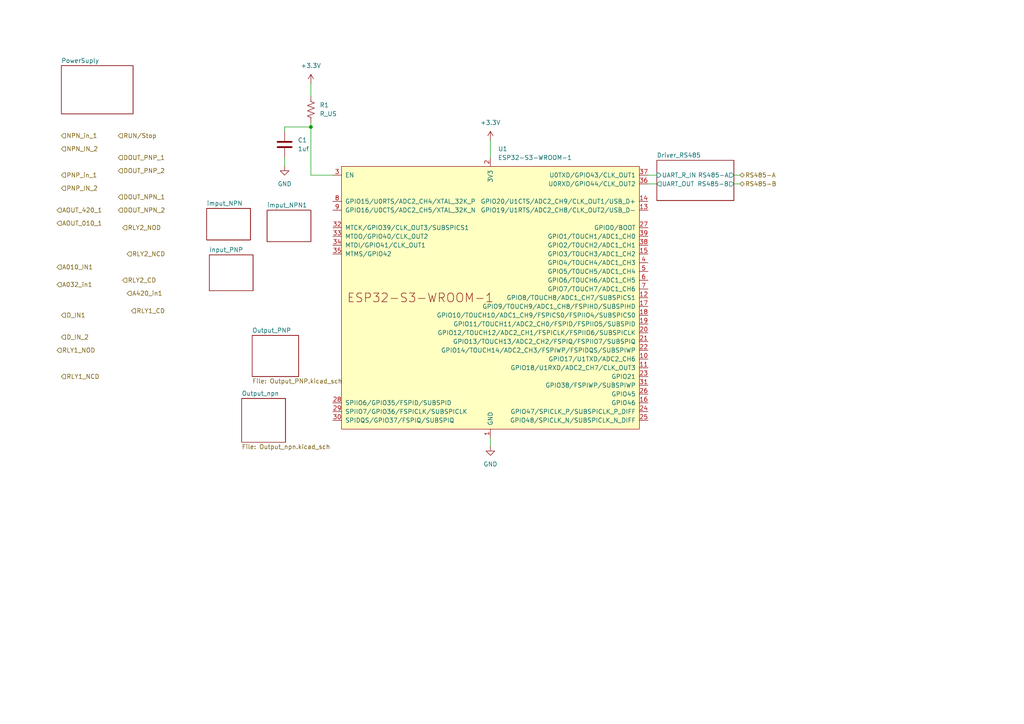
<source format=kicad_sch>
(kicad_sch
	(version 20231120)
	(generator "eeschema")
	(generator_version "8.0")
	(uuid "f979e933-804d-40be-b10f-ee25f17cf887")
	(paper "A4")
	(lib_symbols
		(symbol "Device:C"
			(pin_numbers hide)
			(pin_names
				(offset 0.254)
			)
			(exclude_from_sim no)
			(in_bom yes)
			(on_board yes)
			(property "Reference" "C"
				(at 0.635 2.54 0)
				(effects
					(font
						(size 1.27 1.27)
					)
					(justify left)
				)
			)
			(property "Value" "C"
				(at 0.635 -2.54 0)
				(effects
					(font
						(size 1.27 1.27)
					)
					(justify left)
				)
			)
			(property "Footprint" ""
				(at 0.9652 -3.81 0)
				(effects
					(font
						(size 1.27 1.27)
					)
					(hide yes)
				)
			)
			(property "Datasheet" "~"
				(at 0 0 0)
				(effects
					(font
						(size 1.27 1.27)
					)
					(hide yes)
				)
			)
			(property "Description" "Unpolarized capacitor"
				(at 0 0 0)
				(effects
					(font
						(size 1.27 1.27)
					)
					(hide yes)
				)
			)
			(property "ki_keywords" "cap capacitor"
				(at 0 0 0)
				(effects
					(font
						(size 1.27 1.27)
					)
					(hide yes)
				)
			)
			(property "ki_fp_filters" "C_*"
				(at 0 0 0)
				(effects
					(font
						(size 1.27 1.27)
					)
					(hide yes)
				)
			)
			(symbol "C_0_1"
				(polyline
					(pts
						(xy -2.032 -0.762) (xy 2.032 -0.762)
					)
					(stroke
						(width 0.508)
						(type default)
					)
					(fill
						(type none)
					)
				)
				(polyline
					(pts
						(xy -2.032 0.762) (xy 2.032 0.762)
					)
					(stroke
						(width 0.508)
						(type default)
					)
					(fill
						(type none)
					)
				)
			)
			(symbol "C_1_1"
				(pin passive line
					(at 0 3.81 270)
					(length 2.794)
					(name "~"
						(effects
							(font
								(size 1.27 1.27)
							)
						)
					)
					(number "1"
						(effects
							(font
								(size 1.27 1.27)
							)
						)
					)
				)
				(pin passive line
					(at 0 -3.81 90)
					(length 2.794)
					(name "~"
						(effects
							(font
								(size 1.27 1.27)
							)
						)
					)
					(number "2"
						(effects
							(font
								(size 1.27 1.27)
							)
						)
					)
				)
			)
		)
		(symbol "Device:R_US"
			(pin_numbers hide)
			(pin_names
				(offset 0)
			)
			(exclude_from_sim no)
			(in_bom yes)
			(on_board yes)
			(property "Reference" "R"
				(at 2.54 0 90)
				(effects
					(font
						(size 1.27 1.27)
					)
				)
			)
			(property "Value" "R_US"
				(at -2.54 0 90)
				(effects
					(font
						(size 1.27 1.27)
					)
				)
			)
			(property "Footprint" ""
				(at 1.016 -0.254 90)
				(effects
					(font
						(size 1.27 1.27)
					)
					(hide yes)
				)
			)
			(property "Datasheet" "~"
				(at 0 0 0)
				(effects
					(font
						(size 1.27 1.27)
					)
					(hide yes)
				)
			)
			(property "Description" "Resistor, US symbol"
				(at 0 0 0)
				(effects
					(font
						(size 1.27 1.27)
					)
					(hide yes)
				)
			)
			(property "ki_keywords" "R res resistor"
				(at 0 0 0)
				(effects
					(font
						(size 1.27 1.27)
					)
					(hide yes)
				)
			)
			(property "ki_fp_filters" "R_*"
				(at 0 0 0)
				(effects
					(font
						(size 1.27 1.27)
					)
					(hide yes)
				)
			)
			(symbol "R_US_0_1"
				(polyline
					(pts
						(xy 0 -2.286) (xy 0 -2.54)
					)
					(stroke
						(width 0)
						(type default)
					)
					(fill
						(type none)
					)
				)
				(polyline
					(pts
						(xy 0 2.286) (xy 0 2.54)
					)
					(stroke
						(width 0)
						(type default)
					)
					(fill
						(type none)
					)
				)
				(polyline
					(pts
						(xy 0 -0.762) (xy 1.016 -1.143) (xy 0 -1.524) (xy -1.016 -1.905) (xy 0 -2.286)
					)
					(stroke
						(width 0)
						(type default)
					)
					(fill
						(type none)
					)
				)
				(polyline
					(pts
						(xy 0 0.762) (xy 1.016 0.381) (xy 0 0) (xy -1.016 -0.381) (xy 0 -0.762)
					)
					(stroke
						(width 0)
						(type default)
					)
					(fill
						(type none)
					)
				)
				(polyline
					(pts
						(xy 0 2.286) (xy 1.016 1.905) (xy 0 1.524) (xy -1.016 1.143) (xy 0 0.762)
					)
					(stroke
						(width 0)
						(type default)
					)
					(fill
						(type none)
					)
				)
			)
			(symbol "R_US_1_1"
				(pin passive line
					(at 0 3.81 270)
					(length 1.27)
					(name "~"
						(effects
							(font
								(size 1.27 1.27)
							)
						)
					)
					(number "1"
						(effects
							(font
								(size 1.27 1.27)
							)
						)
					)
				)
				(pin passive line
					(at 0 -3.81 90)
					(length 1.27)
					(name "~"
						(effects
							(font
								(size 1.27 1.27)
							)
						)
					)
					(number "2"
						(effects
							(font
								(size 1.27 1.27)
							)
						)
					)
				)
			)
		)
		(symbol "PCM_Espressif:ESP32-S3-WROOM-1"
			(pin_names
				(offset 1.016)
			)
			(exclude_from_sim no)
			(in_bom yes)
			(on_board yes)
			(property "Reference" "U"
				(at -43.18 43.18 0)
				(effects
					(font
						(size 1.27 1.27)
					)
					(justify left)
				)
			)
			(property "Value" "ESP32-S3-WROOM-1"
				(at -43.18 40.64 0)
				(effects
					(font
						(size 1.27 1.27)
					)
					(justify left)
				)
			)
			(property "Footprint" "PCM_Espressif:ESP32-S3-WROOM-1"
				(at 2.54 -48.26 0)
				(effects
					(font
						(size 1.27 1.27)
					)
					(hide yes)
				)
			)
			(property "Datasheet" "https://www.espressif.com/sites/default/files/documentation/esp32-s3-wroom-1_wroom-1u_datasheet_en.pdf"
				(at 2.54 -50.8 0)
				(effects
					(font
						(size 1.27 1.27)
					)
					(hide yes)
				)
			)
			(property "Description" "2.4 GHz WiFi (802.11 b/g/n) and Bluetooth ® 5 (LE) module Built around ESP32S3 series of SoCs, Xtensa ® dualcore 32bit LX7 microprocessor Flash up to 16 MB, PSRAM up to 8 MB 36 GPIOs, rich set of peripherals Onboard PCB antenna"
				(at 0 0 0)
				(effects
					(font
						(size 1.27 1.27)
					)
					(hide yes)
				)
			)
			(symbol "ESP32-S3-WROOM-1_0_0"
				(text "ESP32-S3-WROOM-1"
					(at -20.32 0 0)
					(effects
						(font
							(size 2.54 2.54)
						)
					)
				)
				(pin power_in line
					(at 0 -40.64 90)
					(length 2.54)
					(name "GND"
						(effects
							(font
								(size 1.27 1.27)
							)
						)
					)
					(number "1"
						(effects
							(font
								(size 1.27 1.27)
							)
						)
					)
				)
				(pin bidirectional line
					(at 45.72 -17.78 180)
					(length 2.54)
					(name "GPIO17/U1TXD/ADC2_CH6"
						(effects
							(font
								(size 1.27 1.27)
							)
						)
					)
					(number "10"
						(effects
							(font
								(size 1.27 1.27)
							)
						)
					)
				)
				(pin bidirectional line
					(at 45.72 -20.32 180)
					(length 2.54)
					(name "GPIO18/U1RXD/ADC2_CH7/CLK_OUT3"
						(effects
							(font
								(size 1.27 1.27)
							)
						)
					)
					(number "11"
						(effects
							(font
								(size 1.27 1.27)
							)
						)
					)
				)
				(pin bidirectional line
					(at 45.72 0 180)
					(length 2.54)
					(name "GPIO8/TOUCH8/ADC1_CH7/SUBSPICS1"
						(effects
							(font
								(size 1.27 1.27)
							)
						)
					)
					(number "12"
						(effects
							(font
								(size 1.27 1.27)
							)
						)
					)
				)
				(pin bidirectional line
					(at 45.72 25.4 180)
					(length 2.54)
					(name "GPIO19/U1RTS/ADC2_CH8/CLK_OUT2/USB_D-"
						(effects
							(font
								(size 1.27 1.27)
							)
						)
					)
					(number "13"
						(effects
							(font
								(size 1.27 1.27)
							)
						)
					)
				)
				(pin bidirectional line
					(at 45.72 27.94 180)
					(length 2.54)
					(name "GPIO20/U1CTS/ADC2_CH9/CLK_OUT1/USB_D+"
						(effects
							(font
								(size 1.27 1.27)
							)
						)
					)
					(number "14"
						(effects
							(font
								(size 1.27 1.27)
							)
						)
					)
				)
				(pin bidirectional line
					(at 45.72 12.7 180)
					(length 2.54)
					(name "GPIO3/TOUCH3/ADC1_CH2"
						(effects
							(font
								(size 1.27 1.27)
							)
						)
					)
					(number "15"
						(effects
							(font
								(size 1.27 1.27)
							)
						)
					)
				)
				(pin bidirectional line
					(at 45.72 -30.48 180)
					(length 2.54)
					(name "GPIO46"
						(effects
							(font
								(size 1.27 1.27)
							)
						)
					)
					(number "16"
						(effects
							(font
								(size 1.27 1.27)
							)
						)
					)
				)
				(pin bidirectional line
					(at 45.72 -2.54 180)
					(length 2.54)
					(name "GPIO9/TOUCH9/ADC1_CH8/FSPIHD/SUBSPIHD"
						(effects
							(font
								(size 1.27 1.27)
							)
						)
					)
					(number "17"
						(effects
							(font
								(size 1.27 1.27)
							)
						)
					)
				)
				(pin bidirectional line
					(at 45.72 -5.08 180)
					(length 2.54)
					(name "GPIO10/TOUCH10/ADC1_CH9/FSPICS0/FSPIIO4/SUBSPICS0"
						(effects
							(font
								(size 1.27 1.27)
							)
						)
					)
					(number "18"
						(effects
							(font
								(size 1.27 1.27)
							)
						)
					)
				)
				(pin bidirectional line
					(at 45.72 -7.62 180)
					(length 2.54)
					(name "GPIO11/TOUCH11/ADC2_CH0/FSPID/FSPIIO5/SUBSPID"
						(effects
							(font
								(size 1.27 1.27)
							)
						)
					)
					(number "19"
						(effects
							(font
								(size 1.27 1.27)
							)
						)
					)
				)
				(pin power_in line
					(at 0 40.64 270)
					(length 2.54)
					(name "3V3"
						(effects
							(font
								(size 1.27 1.27)
							)
						)
					)
					(number "2"
						(effects
							(font
								(size 1.27 1.27)
							)
						)
					)
				)
				(pin bidirectional line
					(at 45.72 -10.16 180)
					(length 2.54)
					(name "GPIO12/TOUCH12/ADC2_CH1/FSPICLK/FSPIIO6/SUBSPICLK"
						(effects
							(font
								(size 1.27 1.27)
							)
						)
					)
					(number "20"
						(effects
							(font
								(size 1.27 1.27)
							)
						)
					)
				)
				(pin bidirectional line
					(at 45.72 -12.7 180)
					(length 2.54)
					(name "GPIO13/TOUCH13/ADC2_CH2/FSPIQ/FSPIIO7/SUBSPIQ"
						(effects
							(font
								(size 1.27 1.27)
							)
						)
					)
					(number "21"
						(effects
							(font
								(size 1.27 1.27)
							)
						)
					)
				)
				(pin bidirectional line
					(at 45.72 -15.24 180)
					(length 2.54)
					(name "GPIO14/TOUCH14/ADC2_CH3/FSPIWP/FSPIDQS/SUBSPIWP"
						(effects
							(font
								(size 1.27 1.27)
							)
						)
					)
					(number "22"
						(effects
							(font
								(size 1.27 1.27)
							)
						)
					)
				)
				(pin bidirectional line
					(at 45.72 -22.86 180)
					(length 2.54)
					(name "GPIO21"
						(effects
							(font
								(size 1.27 1.27)
							)
						)
					)
					(number "23"
						(effects
							(font
								(size 1.27 1.27)
							)
						)
					)
				)
				(pin bidirectional line
					(at 45.72 -33.02 180)
					(length 2.54)
					(name "GPIO47/SPICLK_P/SUBSPICLK_P_DIFF"
						(effects
							(font
								(size 1.27 1.27)
							)
						)
					)
					(number "24"
						(effects
							(font
								(size 1.27 1.27)
							)
						)
					)
				)
				(pin bidirectional line
					(at 45.72 -35.56 180)
					(length 2.54)
					(name "GPIO48/SPICLK_N/SUBSPICLK_N_DIFF"
						(effects
							(font
								(size 1.27 1.27)
							)
						)
					)
					(number "25"
						(effects
							(font
								(size 1.27 1.27)
							)
						)
					)
				)
				(pin bidirectional line
					(at 45.72 -27.94 180)
					(length 2.54)
					(name "GPIO45"
						(effects
							(font
								(size 1.27 1.27)
							)
						)
					)
					(number "26"
						(effects
							(font
								(size 1.27 1.27)
							)
						)
					)
				)
				(pin bidirectional line
					(at 45.72 20.32 180)
					(length 2.54)
					(name "GPIO0/BOOT"
						(effects
							(font
								(size 1.27 1.27)
							)
						)
					)
					(number "27"
						(effects
							(font
								(size 1.27 1.27)
							)
						)
					)
				)
				(pin bidirectional line
					(at -45.72 -30.48 0)
					(length 2.54)
					(name "SPIIO6/GPIO35/FSPID/SUBSPID"
						(effects
							(font
								(size 1.27 1.27)
							)
						)
					)
					(number "28"
						(effects
							(font
								(size 1.27 1.27)
							)
						)
					)
				)
				(pin bidirectional line
					(at -45.72 -33.02 0)
					(length 2.54)
					(name "SPIIO7/GPIO36/FSPICLK/SUBSPICLK"
						(effects
							(font
								(size 1.27 1.27)
							)
						)
					)
					(number "29"
						(effects
							(font
								(size 1.27 1.27)
							)
						)
					)
				)
				(pin input line
					(at -45.72 35.56 0)
					(length 2.54)
					(name "EN"
						(effects
							(font
								(size 1.27 1.27)
							)
						)
					)
					(number "3"
						(effects
							(font
								(size 1.27 1.27)
							)
						)
					)
				)
				(pin bidirectional line
					(at -45.72 -35.56 0)
					(length 2.54)
					(name "SPIDQS/GPIO37/FSPIQ/SUBSPIQ"
						(effects
							(font
								(size 1.27 1.27)
							)
						)
					)
					(number "30"
						(effects
							(font
								(size 1.27 1.27)
							)
						)
					)
				)
				(pin bidirectional line
					(at 45.72 -25.4 180)
					(length 2.54)
					(name "GPIO38/FSPIWP/SUBSPIWP"
						(effects
							(font
								(size 1.27 1.27)
							)
						)
					)
					(number "31"
						(effects
							(font
								(size 1.27 1.27)
							)
						)
					)
				)
				(pin bidirectional line
					(at -45.72 20.32 0)
					(length 2.54)
					(name "MTCK/GPIO39/CLK_OUT3/SUBSPICS1"
						(effects
							(font
								(size 1.27 1.27)
							)
						)
					)
					(number "32"
						(effects
							(font
								(size 1.27 1.27)
							)
						)
					)
				)
				(pin bidirectional line
					(at -45.72 17.78 0)
					(length 2.54)
					(name "MTDO/GPIO40/CLK_OUT2"
						(effects
							(font
								(size 1.27 1.27)
							)
						)
					)
					(number "33"
						(effects
							(font
								(size 1.27 1.27)
							)
						)
					)
				)
				(pin bidirectional line
					(at -45.72 15.24 0)
					(length 2.54)
					(name "MTDI/GPIO41/CLK_OUT1"
						(effects
							(font
								(size 1.27 1.27)
							)
						)
					)
					(number "34"
						(effects
							(font
								(size 1.27 1.27)
							)
						)
					)
				)
				(pin bidirectional line
					(at -45.72 12.7 0)
					(length 2.54)
					(name "MTMS/GPIO42"
						(effects
							(font
								(size 1.27 1.27)
							)
						)
					)
					(number "35"
						(effects
							(font
								(size 1.27 1.27)
							)
						)
					)
				)
				(pin bidirectional line
					(at 45.72 33.02 180)
					(length 2.54)
					(name "U0RXD/GPIO44/CLK_OUT2"
						(effects
							(font
								(size 1.27 1.27)
							)
						)
					)
					(number "36"
						(effects
							(font
								(size 1.27 1.27)
							)
						)
					)
				)
				(pin bidirectional line
					(at 45.72 35.56 180)
					(length 2.54)
					(name "U0TXD/GPIO43/CLK_OUT1"
						(effects
							(font
								(size 1.27 1.27)
							)
						)
					)
					(number "37"
						(effects
							(font
								(size 1.27 1.27)
							)
						)
					)
				)
				(pin bidirectional line
					(at 45.72 15.24 180)
					(length 2.54)
					(name "GPIO2/TOUCH2/ADC1_CH1"
						(effects
							(font
								(size 1.27 1.27)
							)
						)
					)
					(number "38"
						(effects
							(font
								(size 1.27 1.27)
							)
						)
					)
				)
				(pin bidirectional line
					(at 45.72 17.78 180)
					(length 2.54)
					(name "GPIO1/TOUCH1/ADC1_CH0"
						(effects
							(font
								(size 1.27 1.27)
							)
						)
					)
					(number "39"
						(effects
							(font
								(size 1.27 1.27)
							)
						)
					)
				)
				(pin bidirectional line
					(at 45.72 10.16 180)
					(length 2.54)
					(name "GPIO4/TOUCH4/ADC1_CH3"
						(effects
							(font
								(size 1.27 1.27)
							)
						)
					)
					(number "4"
						(effects
							(font
								(size 1.27 1.27)
							)
						)
					)
				)
				(pin passive line
					(at 0 -40.64 90)
					(length 2.54) hide
					(name "GND"
						(effects
							(font
								(size 1.27 1.27)
							)
						)
					)
					(number "40"
						(effects
							(font
								(size 1.27 1.27)
							)
						)
					)
				)
				(pin passive line
					(at 0 -40.64 90)
					(length 2.54) hide
					(name "GND"
						(effects
							(font
								(size 1.27 1.27)
							)
						)
					)
					(number "41"
						(effects
							(font
								(size 1.27 1.27)
							)
						)
					)
				)
				(pin bidirectional line
					(at 45.72 7.62 180)
					(length 2.54)
					(name "GPIO5/TOUCH5/ADC1_CH4"
						(effects
							(font
								(size 1.27 1.27)
							)
						)
					)
					(number "5"
						(effects
							(font
								(size 1.27 1.27)
							)
						)
					)
				)
				(pin bidirectional line
					(at 45.72 5.08 180)
					(length 2.54)
					(name "GPIO6/TOUCH6/ADC1_CH5"
						(effects
							(font
								(size 1.27 1.27)
							)
						)
					)
					(number "6"
						(effects
							(font
								(size 1.27 1.27)
							)
						)
					)
				)
				(pin bidirectional line
					(at 45.72 2.54 180)
					(length 2.54)
					(name "GPIO7/TOUCH7/ADC1_CH6"
						(effects
							(font
								(size 1.27 1.27)
							)
						)
					)
					(number "7"
						(effects
							(font
								(size 1.27 1.27)
							)
						)
					)
				)
				(pin bidirectional line
					(at -45.72 27.94 0)
					(length 2.54)
					(name "GPIO15/U0RTS/ADC2_CH4/XTAL_32K_P"
						(effects
							(font
								(size 1.27 1.27)
							)
						)
					)
					(number "8"
						(effects
							(font
								(size 1.27 1.27)
							)
						)
					)
				)
				(pin bidirectional line
					(at -45.72 25.4 0)
					(length 2.54)
					(name "GPIO16/U0CTS/ADC2_CH5/XTAL_32K_N"
						(effects
							(font
								(size 1.27 1.27)
							)
						)
					)
					(number "9"
						(effects
							(font
								(size 1.27 1.27)
							)
						)
					)
				)
			)
			(symbol "ESP32-S3-WROOM-1_0_1"
				(rectangle
					(start -43.18 38.1)
					(end 43.18 -38.1)
					(stroke
						(width 0)
						(type default)
					)
					(fill
						(type background)
					)
				)
			)
		)
		(symbol "power:+3.3V"
			(power)
			(pin_numbers hide)
			(pin_names
				(offset 0) hide)
			(exclude_from_sim no)
			(in_bom yes)
			(on_board yes)
			(property "Reference" "#PWR"
				(at 0 -3.81 0)
				(effects
					(font
						(size 1.27 1.27)
					)
					(hide yes)
				)
			)
			(property "Value" "+3.3V"
				(at 0 3.556 0)
				(effects
					(font
						(size 1.27 1.27)
					)
				)
			)
			(property "Footprint" ""
				(at 0 0 0)
				(effects
					(font
						(size 1.27 1.27)
					)
					(hide yes)
				)
			)
			(property "Datasheet" ""
				(at 0 0 0)
				(effects
					(font
						(size 1.27 1.27)
					)
					(hide yes)
				)
			)
			(property "Description" "Power symbol creates a global label with name \"+3.3V\""
				(at 0 0 0)
				(effects
					(font
						(size 1.27 1.27)
					)
					(hide yes)
				)
			)
			(property "ki_keywords" "global power"
				(at 0 0 0)
				(effects
					(font
						(size 1.27 1.27)
					)
					(hide yes)
				)
			)
			(symbol "+3.3V_0_1"
				(polyline
					(pts
						(xy -0.762 1.27) (xy 0 2.54)
					)
					(stroke
						(width 0)
						(type default)
					)
					(fill
						(type none)
					)
				)
				(polyline
					(pts
						(xy 0 0) (xy 0 2.54)
					)
					(stroke
						(width 0)
						(type default)
					)
					(fill
						(type none)
					)
				)
				(polyline
					(pts
						(xy 0 2.54) (xy 0.762 1.27)
					)
					(stroke
						(width 0)
						(type default)
					)
					(fill
						(type none)
					)
				)
			)
			(symbol "+3.3V_1_1"
				(pin power_in line
					(at 0 0 90)
					(length 0)
					(name "~"
						(effects
							(font
								(size 1.27 1.27)
							)
						)
					)
					(number "1"
						(effects
							(font
								(size 1.27 1.27)
							)
						)
					)
				)
			)
		)
		(symbol "power:GND"
			(power)
			(pin_numbers hide)
			(pin_names
				(offset 0) hide)
			(exclude_from_sim no)
			(in_bom yes)
			(on_board yes)
			(property "Reference" "#PWR"
				(at 0 -6.35 0)
				(effects
					(font
						(size 1.27 1.27)
					)
					(hide yes)
				)
			)
			(property "Value" "GND"
				(at 0 -3.81 0)
				(effects
					(font
						(size 1.27 1.27)
					)
				)
			)
			(property "Footprint" ""
				(at 0 0 0)
				(effects
					(font
						(size 1.27 1.27)
					)
					(hide yes)
				)
			)
			(property "Datasheet" ""
				(at 0 0 0)
				(effects
					(font
						(size 1.27 1.27)
					)
					(hide yes)
				)
			)
			(property "Description" "Power symbol creates a global label with name \"GND\" , ground"
				(at 0 0 0)
				(effects
					(font
						(size 1.27 1.27)
					)
					(hide yes)
				)
			)
			(property "ki_keywords" "global power"
				(at 0 0 0)
				(effects
					(font
						(size 1.27 1.27)
					)
					(hide yes)
				)
			)
			(symbol "GND_0_1"
				(polyline
					(pts
						(xy 0 0) (xy 0 -1.27) (xy 1.27 -1.27) (xy 0 -2.54) (xy -1.27 -1.27) (xy 0 -1.27)
					)
					(stroke
						(width 0)
						(type default)
					)
					(fill
						(type none)
					)
				)
			)
			(symbol "GND_1_1"
				(pin power_in line
					(at 0 0 270)
					(length 0)
					(name "~"
						(effects
							(font
								(size 1.27 1.27)
							)
						)
					)
					(number "1"
						(effects
							(font
								(size 1.27 1.27)
							)
						)
					)
				)
			)
		)
	)
	(junction
		(at 90.17 36.83)
		(diameter 0)
		(color 0 0 0 0)
		(uuid "92f514a4-2700-44dd-ba32-fb15d5410bf5")
	)
	(wire
		(pts
			(xy 90.17 36.83) (xy 82.55 36.83)
		)
		(stroke
			(width 0)
			(type default)
		)
		(uuid "318da6d4-a220-4367-8d3a-e21822e3f5ae")
	)
	(wire
		(pts
			(xy 142.24 127) (xy 142.24 129.54)
		)
		(stroke
			(width 0)
			(type default)
		)
		(uuid "4eb08ed6-8c24-4c4d-baed-773f9ff4d738")
	)
	(wire
		(pts
			(xy 82.55 36.83) (xy 82.55 38.1)
		)
		(stroke
			(width 0)
			(type default)
		)
		(uuid "64eeb8f7-c862-49d1-8b1c-6969e5f82efd")
	)
	(wire
		(pts
			(xy 212.852 50.8) (xy 214.63 50.8)
		)
		(stroke
			(width 0)
			(type default)
		)
		(uuid "65ab1abd-72a3-4082-a7a1-27eb1c94ba87")
	)
	(wire
		(pts
			(xy 96.52 50.8) (xy 90.17 50.8)
		)
		(stroke
			(width 0)
			(type default)
		)
		(uuid "77e6897a-2f03-4283-bc66-2dbfa07cfd2d")
	)
	(wire
		(pts
			(xy 90.17 35.56) (xy 90.17 36.83)
		)
		(stroke
			(width 0)
			(type default)
		)
		(uuid "7d319066-2b07-43b0-a884-349d6c60acd3")
	)
	(wire
		(pts
			(xy 212.852 53.34) (xy 214.63 53.34)
		)
		(stroke
			(width 0)
			(type default)
		)
		(uuid "86886382-c4d0-464e-8441-48e0e1a228bc")
	)
	(wire
		(pts
			(xy 187.96 50.8) (xy 190.5 50.8)
		)
		(stroke
			(width 0)
			(type default)
		)
		(uuid "90aa7146-03f4-4abc-8dfa-ae4f7c858fb4")
	)
	(wire
		(pts
			(xy 82.55 45.72) (xy 82.55 48.26)
		)
		(stroke
			(width 0)
			(type default)
		)
		(uuid "90cb5f8e-67f3-4109-99d6-3b2069636bec")
	)
	(wire
		(pts
			(xy 90.17 24.13) (xy 90.17 27.94)
		)
		(stroke
			(width 0)
			(type default)
		)
		(uuid "90fbefb4-f8bc-4089-91cd-01fa0ad525ea")
	)
	(wire
		(pts
			(xy 90.17 36.83) (xy 90.17 50.8)
		)
		(stroke
			(width 0)
			(type default)
		)
		(uuid "92932897-a7a2-44ca-8506-f039003d3479")
	)
	(wire
		(pts
			(xy 187.96 53.34) (xy 190.5 53.34)
		)
		(stroke
			(width 0)
			(type default)
		)
		(uuid "b90fdd3b-741e-41e3-854b-4b3b429e0188")
	)
	(wire
		(pts
			(xy 142.24 40.64) (xy 142.24 45.72)
		)
		(stroke
			(width 0)
			(type default)
		)
		(uuid "f61dc268-1fae-4d62-aa55-74c9e86fdfc8")
	)
	(hierarchical_label "RLY2_NOD"
		(shape input)
		(at 35.56 66.04 0)
		(fields_autoplaced yes)
		(effects
			(font
				(size 1.27 1.27)
			)
			(justify left)
		)
		(uuid "099ac942-290a-4a68-814d-dc8dbba99426")
	)
	(hierarchical_label "NPN_IN_2"
		(shape input)
		(at 17.78 43.18 0)
		(fields_autoplaced yes)
		(effects
			(font
				(size 1.27 1.27)
			)
			(justify left)
		)
		(uuid "1ee5c69a-b015-41df-be59-8ddc6d85a615")
	)
	(hierarchical_label "PNP_in_1"
		(shape input)
		(at 17.78 50.8 0)
		(fields_autoplaced yes)
		(effects
			(font
				(size 1.27 1.27)
			)
			(justify left)
		)
		(uuid "20c03749-a70a-4443-b948-2e8edae2217b")
	)
	(hierarchical_label "AOUT_420_1"
		(shape input)
		(at 16.51 60.96 0)
		(fields_autoplaced yes)
		(effects
			(font
				(size 1.27 1.27)
			)
			(justify left)
		)
		(uuid "392037da-b333-43c2-94ba-2a4c592923d9")
	)
	(hierarchical_label "RLY1_NOD"
		(shape input)
		(at 16.51 101.6 0)
		(fields_autoplaced yes)
		(effects
			(font
				(size 1.27 1.27)
			)
			(justify left)
		)
		(uuid "3dca6143-7f21-4a49-9de0-4f37b244daec")
	)
	(hierarchical_label "DOUT_NPN_2"
		(shape input)
		(at 34.29 60.96 0)
		(fields_autoplaced yes)
		(effects
			(font
				(size 1.27 1.27)
			)
			(justify left)
		)
		(uuid "3f4bbd3e-9ad0-4261-9aa3-062375993cf8")
	)
	(hierarchical_label "A420_in1"
		(shape input)
		(at 36.83 85.09 0)
		(fields_autoplaced yes)
		(effects
			(font
				(size 1.27 1.27)
			)
			(justify left)
		)
		(uuid "43fedcf7-2aa7-41e9-b487-fd9a12595414")
	)
	(hierarchical_label "A010_IN1"
		(shape input)
		(at 16.51 77.47 0)
		(fields_autoplaced yes)
		(effects
			(font
				(size 1.27 1.27)
			)
			(justify left)
		)
		(uuid "48a9a51a-5fde-400d-8fe7-1c26b9f62bbb")
	)
	(hierarchical_label "PNP_IN_2"
		(shape input)
		(at 17.78 54.61 0)
		(fields_autoplaced yes)
		(effects
			(font
				(size 1.27 1.27)
			)
			(justify left)
		)
		(uuid "50463eae-b867-4d69-9683-9a69d7adc745")
	)
	(hierarchical_label "RLY1_CD"
		(shape input)
		(at 38.1 90.17 0)
		(fields_autoplaced yes)
		(effects
			(font
				(size 1.27 1.27)
			)
			(justify left)
		)
		(uuid "582b1dd8-c9a8-4097-8efc-ef8226e36526")
	)
	(hierarchical_label "AOUT_010_1"
		(shape input)
		(at 16.51 64.77 0)
		(fields_autoplaced yes)
		(effects
			(font
				(size 1.27 1.27)
			)
			(justify left)
		)
		(uuid "5e1d91ae-0a93-4e69-aa8f-118fcc17a1cd")
	)
	(hierarchical_label "RLY2_NCD"
		(shape input)
		(at 36.83 73.66 0)
		(fields_autoplaced yes)
		(effects
			(font
				(size 1.27 1.27)
			)
			(justify left)
		)
		(uuid "70e393c0-3f85-4ff7-a695-6c3f82ed9a74")
	)
	(hierarchical_label "DOUT_PNP_1"
		(shape input)
		(at 34.29 45.72 0)
		(fields_autoplaced yes)
		(effects
			(font
				(size 1.27 1.27)
			)
			(justify left)
		)
		(uuid "7b1637be-bb42-4f9d-a8ca-65cba31dd700")
	)
	(hierarchical_label "RLY2_CD"
		(shape input)
		(at 35.56 81.28 0)
		(fields_autoplaced yes)
		(effects
			(font
				(size 1.27 1.27)
			)
			(justify left)
		)
		(uuid "7b6a6679-e39c-4953-bf2e-388a44510923")
	)
	(hierarchical_label "NPN_in_1"
		(shape input)
		(at 17.78 39.37 0)
		(fields_autoplaced yes)
		(effects
			(font
				(size 1.27 1.27)
			)
			(justify left)
		)
		(uuid "93989989-bb95-4029-88cf-87f0ea820de4")
	)
	(hierarchical_label "DOUT_NPN_1"
		(shape input)
		(at 34.29 57.15 0)
		(fields_autoplaced yes)
		(effects
			(font
				(size 1.27 1.27)
			)
			(justify left)
		)
		(uuid "a5f5c4ae-e0ed-4603-ae1d-9f5e0fbc62aa")
	)
	(hierarchical_label "D_IN_2"
		(shape input)
		(at 17.78 97.79 0)
		(fields_autoplaced yes)
		(effects
			(font
				(size 1.27 1.27)
			)
			(justify left)
		)
		(uuid "b7f2e79f-34e4-4b89-97bc-821937adc99e")
	)
	(hierarchical_label "RS485-B"
		(shape bidirectional)
		(at 214.63 53.34 0)
		(fields_autoplaced yes)
		(effects
			(font
				(size 1.27 1.27)
			)
			(justify left)
		)
		(uuid "c15842f1-35db-4a82-97d9-eccbebaad8cd")
	)
	(hierarchical_label "RS485-A"
		(shape bidirectional)
		(at 214.63 50.8 0)
		(fields_autoplaced yes)
		(effects
			(font
				(size 1.27 1.27)
			)
			(justify left)
		)
		(uuid "cf7f089c-fcd0-485e-8f81-c679301c98bf")
	)
	(hierarchical_label "RLY1_NCD"
		(shape input)
		(at 17.78 109.22 0)
		(fields_autoplaced yes)
		(effects
			(font
				(size 1.27 1.27)
			)
			(justify left)
		)
		(uuid "ddb64c92-1289-4d4a-acdc-50917926cbb6")
	)
	(hierarchical_label "DOUT_PNP_2"
		(shape input)
		(at 34.29 49.53 0)
		(fields_autoplaced yes)
		(effects
			(font
				(size 1.27 1.27)
			)
			(justify left)
		)
		(uuid "df395101-a4bb-4689-bcae-73fd8669f71a")
	)
	(hierarchical_label "A032_in1"
		(shape input)
		(at 16.51 82.55 0)
		(fields_autoplaced yes)
		(effects
			(font
				(size 1.27 1.27)
			)
			(justify left)
		)
		(uuid "e0260041-d159-4385-b8e4-625e9e26e56c")
	)
	(hierarchical_label "RUN{slash}Stop"
		(shape input)
		(at 34.29 39.37 0)
		(fields_autoplaced yes)
		(effects
			(font
				(size 1.27 1.27)
			)
			(justify left)
		)
		(uuid "e1bf6dbe-7e91-46a3-a230-70700fa86de0")
	)
	(hierarchical_label "D_IN1"
		(shape input)
		(at 17.78 91.44 0)
		(fields_autoplaced yes)
		(effects
			(font
				(size 1.27 1.27)
			)
			(justify left)
		)
		(uuid "e7b94e43-f41e-4f79-8412-ee8ef7f4dda8")
	)
	(symbol
		(lib_id "power:GND")
		(at 142.24 129.54 0)
		(unit 1)
		(exclude_from_sim no)
		(in_bom yes)
		(on_board yes)
		(dnp no)
		(fields_autoplaced yes)
		(uuid "12357805-08da-4c93-a161-45b1ad7ccbe0")
		(property "Reference" "#PWR09"
			(at 142.24 135.89 0)
			(effects
				(font
					(size 1.27 1.27)
				)
				(hide yes)
			)
		)
		(property "Value" "GND"
			(at 142.24 134.62 0)
			(effects
				(font
					(size 1.27 1.27)
				)
			)
		)
		(property "Footprint" ""
			(at 142.24 129.54 0)
			(effects
				(font
					(size 1.27 1.27)
				)
				(hide yes)
			)
		)
		(property "Datasheet" ""
			(at 142.24 129.54 0)
			(effects
				(font
					(size 1.27 1.27)
				)
				(hide yes)
			)
		)
		(property "Description" "Power symbol creates a global label with name \"GND\" , ground"
			(at 142.24 129.54 0)
			(effects
				(font
					(size 1.27 1.27)
				)
				(hide yes)
			)
		)
		(pin "1"
			(uuid "44c7efe3-80d9-4141-aa55-95d4cdd2e197")
		)
		(instances
			(project "ZorionX-Nivara"
				(path "/ae5c9891-8291-492e-8a61-8ac340267b67/d47eca49-96e4-4138-8979-47bb60019f67"
					(reference "#PWR09")
					(unit 1)
				)
			)
		)
	)
	(symbol
		(lib_id "power:+3.3V")
		(at 90.17 24.13 0)
		(unit 1)
		(exclude_from_sim no)
		(in_bom yes)
		(on_board yes)
		(dnp no)
		(fields_autoplaced yes)
		(uuid "22fe7abc-e48d-44e1-870c-a48a816f90a2")
		(property "Reference" "#PWR010"
			(at 90.17 27.94 0)
			(effects
				(font
					(size 1.27 1.27)
				)
				(hide yes)
			)
		)
		(property "Value" "+3.3V"
			(at 90.17 19.05 0)
			(effects
				(font
					(size 1.27 1.27)
				)
			)
		)
		(property "Footprint" ""
			(at 90.17 24.13 0)
			(effects
				(font
					(size 1.27 1.27)
				)
				(hide yes)
			)
		)
		(property "Datasheet" ""
			(at 90.17 24.13 0)
			(effects
				(font
					(size 1.27 1.27)
				)
				(hide yes)
			)
		)
		(property "Description" "Power symbol creates a global label with name \"+3.3V\""
			(at 90.17 24.13 0)
			(effects
				(font
					(size 1.27 1.27)
				)
				(hide yes)
			)
		)
		(pin "1"
			(uuid "f1ae7bda-946d-4485-abaa-16987d02c3ea")
		)
		(instances
			(project "ZorionX-Nivara"
				(path "/ae5c9891-8291-492e-8a61-8ac340267b67/d47eca49-96e4-4138-8979-47bb60019f67"
					(reference "#PWR010")
					(unit 1)
				)
			)
		)
	)
	(symbol
		(lib_id "Device:C")
		(at 82.55 41.91 0)
		(unit 1)
		(exclude_from_sim no)
		(in_bom yes)
		(on_board yes)
		(dnp no)
		(fields_autoplaced yes)
		(uuid "663c4117-0184-404c-9064-d3a4bd0d3e18")
		(property "Reference" "C1"
			(at 86.36 40.6399 0)
			(effects
				(font
					(size 1.27 1.27)
				)
				(justify left)
			)
		)
		(property "Value" "1uf"
			(at 86.36 43.1799 0)
			(effects
				(font
					(size 1.27 1.27)
				)
				(justify left)
			)
		)
		(property "Footprint" "Capacitor_SMD:C_0603_1608Metric"
			(at 83.5152 45.72 0)
			(effects
				(font
					(size 1.27 1.27)
				)
				(hide yes)
			)
		)
		(property "Datasheet" "~"
			(at 82.55 41.91 0)
			(effects
				(font
					(size 1.27 1.27)
				)
				(hide yes)
			)
		)
		(property "Description" "Unpolarized capacitor"
			(at 82.55 41.91 0)
			(effects
				(font
					(size 1.27 1.27)
				)
				(hide yes)
			)
		)
		(pin "2"
			(uuid "2c6fb08c-7e3b-4d30-9a21-82d0e8b898f9")
		)
		(pin "1"
			(uuid "59899a28-82c2-43f2-bdba-722982efeb35")
		)
		(instances
			(project "ZorionX-Nivara"
				(path "/ae5c9891-8291-492e-8a61-8ac340267b67/d47eca49-96e4-4138-8979-47bb60019f67"
					(reference "C1")
					(unit 1)
				)
			)
		)
	)
	(symbol
		(lib_id "PCM_Espressif:ESP32-S3-WROOM-1")
		(at 142.24 86.36 0)
		(unit 1)
		(exclude_from_sim no)
		(in_bom yes)
		(on_board yes)
		(dnp no)
		(fields_autoplaced yes)
		(uuid "67df8ad4-66be-40a8-ba61-f682b78fbc67")
		(property "Reference" "U1"
			(at 144.4341 43.18 0)
			(effects
				(font
					(size 1.27 1.27)
				)
				(justify left)
			)
		)
		(property "Value" "ESP32-S3-WROOM-1"
			(at 144.4341 45.72 0)
			(effects
				(font
					(size 1.27 1.27)
				)
				(justify left)
			)
		)
		(property "Footprint" "PCM_Espressif:ESP32-S3-WROOM-1"
			(at 144.78 134.62 0)
			(effects
				(font
					(size 1.27 1.27)
				)
				(hide yes)
			)
		)
		(property "Datasheet" "https://www.espressif.com/sites/default/files/documentation/esp32-s3-wroom-1_wroom-1u_datasheet_en.pdf"
			(at 144.78 137.16 0)
			(effects
				(font
					(size 1.27 1.27)
				)
				(hide yes)
			)
		)
		(property "Description" "2.4 GHz WiFi (802.11 b/g/n) and Bluetooth ® 5 (LE) module Built around ESP32S3 series of SoCs, Xtensa ® dualcore 32bit LX7 microprocessor Flash up to 16 MB, PSRAM up to 8 MB 36 GPIOs, rich set of peripherals Onboard PCB antenna"
			(at 142.24 86.36 0)
			(effects
				(font
					(size 1.27 1.27)
				)
				(hide yes)
			)
		)
		(pin "21"
			(uuid "cc9ffeed-a251-40b7-a994-9195ea9f5f9f")
		)
		(pin "13"
			(uuid "50fe70cf-9542-4bd9-80ae-bfa3c3f6dcbc")
		)
		(pin "28"
			(uuid "f07a80cd-1d81-425c-a311-8d0a355bf7bd")
		)
		(pin "3"
			(uuid "e651474c-cacc-49e8-8090-b9c9acd318f8")
		)
		(pin "16"
			(uuid "cf6e7365-8d63-4721-b521-3631da3f987e")
		)
		(pin "35"
			(uuid "c9f90ad0-8c6d-4d10-9fe7-66590e0e0782")
		)
		(pin "10"
			(uuid "741519e0-0f3e-4604-b247-ceec9db0571a")
		)
		(pin "32"
			(uuid "2850019b-e982-4d72-8a87-282c66cee946")
		)
		(pin "25"
			(uuid "180defe2-ab1f-49c2-af03-12329d40e313")
		)
		(pin "26"
			(uuid "52d17464-b3f4-438e-adca-09576b7303d2")
		)
		(pin "36"
			(uuid "d11eb693-499e-4aef-b25d-ae5572184d89")
		)
		(pin "6"
			(uuid "6fe81501-625b-4759-b14a-299461cf2fa0")
		)
		(pin "33"
			(uuid "e837be63-4c62-4914-affe-a6af26dde166")
		)
		(pin "34"
			(uuid "da3d0e56-a7e2-4f69-ad3e-8c291d020fe5")
		)
		(pin "22"
			(uuid "ebf5bb25-57b3-42ba-84b9-52ec58856106")
		)
		(pin "40"
			(uuid "380c61bb-18a9-44fc-bc42-245a4e2ec10b")
		)
		(pin "18"
			(uuid "1007b42d-64f5-45e7-b99d-7fc03b6d3b5b")
		)
		(pin "38"
			(uuid "7c1b9d0c-f3d2-4c41-82f2-4c6ecda4dfcf")
		)
		(pin "12"
			(uuid "9cc4d548-e806-4fa8-85fc-cdcd271b01cc")
		)
		(pin "24"
			(uuid "22fb7d43-3ffe-4e6b-b08c-ef506b220d9b")
		)
		(pin "4"
			(uuid "04a2f4c8-e722-4bd0-b291-e89b47672f42")
		)
		(pin "41"
			(uuid "b0e97cba-94eb-4b99-b743-caafa99f1194")
		)
		(pin "20"
			(uuid "1651b4da-e262-402c-945a-be91a441a942")
		)
		(pin "7"
			(uuid "94252a8a-9b95-4ed6-aee1-0a7f75d28ceb")
		)
		(pin "1"
			(uuid "f9b67c68-14a9-4872-bf8e-f6a5afa60432")
		)
		(pin "14"
			(uuid "745c86cd-8e9e-49a0-a2c1-9757cc142fea")
		)
		(pin "2"
			(uuid "c3560b26-bf8a-417d-85f0-a6efebf2699c")
		)
		(pin "30"
			(uuid "38b8fe82-af5f-43f9-a44b-290e209a5bf0")
		)
		(pin "11"
			(uuid "2a08dc57-bbcc-444e-a6e8-96490744b640")
		)
		(pin "31"
			(uuid "e7ef617f-9e0d-4db7-8625-9566ac4d8e00")
		)
		(pin "39"
			(uuid "116aa381-0ca8-48fb-b69c-573a729d236d")
		)
		(pin "8"
			(uuid "b89de3c3-c962-4209-84dd-54dffbbed2cf")
		)
		(pin "23"
			(uuid "48916143-eac0-43df-80e8-61d7d87a930f")
		)
		(pin "19"
			(uuid "a2c23840-89d2-4cfd-98d8-19d6c6baf9bd")
		)
		(pin "15"
			(uuid "8548f7d4-4b3f-4dac-a8a3-ed3511109aa6")
		)
		(pin "27"
			(uuid "000df80f-485d-4aa6-a7aa-5ba93dbeaa25")
		)
		(pin "17"
			(uuid "b7d7fb02-577a-49fe-8fcf-36722b207487")
		)
		(pin "29"
			(uuid "381c9049-90ee-4512-8e67-9ea7c8b3f340")
		)
		(pin "37"
			(uuid "d6efa91e-201d-404c-a3b4-4746ec3b4125")
		)
		(pin "5"
			(uuid "6f04d398-40a1-4b50-bc76-2119751f8fe8")
		)
		(pin "9"
			(uuid "aac46c91-2bce-40dd-aa55-101299e95d81")
		)
		(instances
			(project "ZorionX-Nivara"
				(path "/ae5c9891-8291-492e-8a61-8ac340267b67/d47eca49-96e4-4138-8979-47bb60019f67"
					(reference "U1")
					(unit 1)
				)
			)
		)
	)
	(symbol
		(lib_id "power:GND")
		(at 82.55 48.26 0)
		(unit 1)
		(exclude_from_sim no)
		(in_bom yes)
		(on_board yes)
		(dnp no)
		(fields_autoplaced yes)
		(uuid "715a968e-afca-47ec-9bec-e5e688a8b68a")
		(property "Reference" "#PWR011"
			(at 82.55 54.61 0)
			(effects
				(font
					(size 1.27 1.27)
				)
				(hide yes)
			)
		)
		(property "Value" "GND"
			(at 82.55 53.34 0)
			(effects
				(font
					(size 1.27 1.27)
				)
			)
		)
		(property "Footprint" ""
			(at 82.55 48.26 0)
			(effects
				(font
					(size 1.27 1.27)
				)
				(hide yes)
			)
		)
		(property "Datasheet" ""
			(at 82.55 48.26 0)
			(effects
				(font
					(size 1.27 1.27)
				)
				(hide yes)
			)
		)
		(property "Description" "Power symbol creates a global label with name \"GND\" , ground"
			(at 82.55 48.26 0)
			(effects
				(font
					(size 1.27 1.27)
				)
				(hide yes)
			)
		)
		(pin "1"
			(uuid "ff4efc13-51c4-4f43-87f7-ebdb3de0f94c")
		)
		(instances
			(project "ZorionX-Nivara"
				(path "/ae5c9891-8291-492e-8a61-8ac340267b67/d47eca49-96e4-4138-8979-47bb60019f67"
					(reference "#PWR011")
					(unit 1)
				)
			)
		)
	)
	(symbol
		(lib_id "Device:R_US")
		(at 90.17 31.75 0)
		(unit 1)
		(exclude_from_sim no)
		(in_bom yes)
		(on_board yes)
		(dnp no)
		(fields_autoplaced yes)
		(uuid "896d681c-d27f-48fd-b343-2b3996dd62dc")
		(property "Reference" "R1"
			(at 92.71 30.4799 0)
			(effects
				(font
					(size 1.27 1.27)
				)
				(justify left)
			)
		)
		(property "Value" "R_US"
			(at 92.71 33.0199 0)
			(effects
				(font
					(size 1.27 1.27)
				)
				(justify left)
			)
		)
		(property "Footprint" "Resistor_SMD:R_0603_1608Metric"
			(at 91.186 32.004 90)
			(effects
				(font
					(size 1.27 1.27)
				)
				(hide yes)
			)
		)
		(property "Datasheet" "~"
			(at 90.17 31.75 0)
			(effects
				(font
					(size 1.27 1.27)
				)
				(hide yes)
			)
		)
		(property "Description" "Resistor, US symbol"
			(at 90.17 31.75 0)
			(effects
				(font
					(size 1.27 1.27)
				)
				(hide yes)
			)
		)
		(pin "1"
			(uuid "66a05194-f49a-4925-806b-703dd1d8b505")
		)
		(pin "2"
			(uuid "abab52a7-a3d0-4524-b6af-bc1d7b1e5390")
		)
		(instances
			(project "ZorionX-Nivara"
				(path "/ae5c9891-8291-492e-8a61-8ac340267b67/d47eca49-96e4-4138-8979-47bb60019f67"
					(reference "R1")
					(unit 1)
				)
			)
		)
	)
	(symbol
		(lib_id "power:+3.3V")
		(at 142.24 40.64 0)
		(unit 1)
		(exclude_from_sim no)
		(in_bom yes)
		(on_board yes)
		(dnp no)
		(fields_autoplaced yes)
		(uuid "adf5f76d-72ed-4c43-84dd-e7176f262fa3")
		(property "Reference" "#PWR08"
			(at 142.24 44.45 0)
			(effects
				(font
					(size 1.27 1.27)
				)
				(hide yes)
			)
		)
		(property "Value" "+3.3V"
			(at 142.24 35.56 0)
			(effects
				(font
					(size 1.27 1.27)
				)
			)
		)
		(property "Footprint" ""
			(at 142.24 40.64 0)
			(effects
				(font
					(size 1.27 1.27)
				)
				(hide yes)
			)
		)
		(property "Datasheet" ""
			(at 142.24 40.64 0)
			(effects
				(font
					(size 1.27 1.27)
				)
				(hide yes)
			)
		)
		(property "Description" "Power symbol creates a global label with name \"+3.3V\""
			(at 142.24 40.64 0)
			(effects
				(font
					(size 1.27 1.27)
				)
				(hide yes)
			)
		)
		(pin "1"
			(uuid "8b3ac812-ee62-43a9-a91b-31bf60d3cae5")
		)
		(instances
			(project "ZorionX-Nivara"
				(path "/ae5c9891-8291-492e-8a61-8ac340267b67/d47eca49-96e4-4138-8979-47bb60019f67"
					(reference "#PWR08")
					(unit 1)
				)
			)
		)
	)
	(sheet
		(at 59.944 60.452)
		(size 12.7 9.144)
		(fields_autoplaced yes)
		(stroke
			(width 0.1524)
			(type solid)
		)
		(fill
			(color 0 0 0 0.0000)
		)
		(uuid "0824962a-59cd-45b4-910b-b608f652853a")
		(property "Sheetname" "imput_NPN"
			(at 59.944 59.7404 0)
			(effects
				(font
					(size 1.27 1.27)
				)
				(justify left bottom)
			)
		)
		(property "Sheetfile" "imput_NPN.kicad_sch"
			(at 59.944 70.1806 0)
			(effects
				(font
					(size 1.27 1.27)
				)
				(justify left top)
				(hide yes)
			)
		)
		(instances
			(project "ZorionX-Nivara"
				(path "/ae5c9891-8291-492e-8a61-8ac340267b67/d47eca49-96e4-4138-8979-47bb60019f67"
					(page "5")
				)
			)
		)
	)
	(sheet
		(at 70.104 115.57)
		(size 12.7 12.7)
		(fields_autoplaced yes)
		(stroke
			(width 0.1524)
			(type solid)
		)
		(fill
			(color 0 0 0 0.0000)
		)
		(uuid "120fcba8-6cdd-4760-8946-6c2e4765352c")
		(property "Sheetname" "Output_npn"
			(at 70.104 114.8584 0)
			(effects
				(font
					(size 1.27 1.27)
				)
				(justify left bottom)
			)
		)
		(property "Sheetfile" "Output_npn.kicad_sch"
			(at 70.104 128.8546 0)
			(effects
				(font
					(size 1.27 1.27)
				)
				(justify left top)
			)
		)
		(instances
			(project "ZorionX-Nivara"
				(path "/ae5c9891-8291-492e-8a61-8ac340267b67/d47eca49-96e4-4138-8979-47bb60019f67"
					(page "8")
				)
			)
		)
	)
	(sheet
		(at 77.47 60.96)
		(size 12.7 9.144)
		(fields_autoplaced yes)
		(stroke
			(width 0.1524)
			(type solid)
		)
		(fill
			(color 0 0 0 0.0000)
		)
		(uuid "64a487c1-1849-45d6-962d-ffc3485e1a7f")
		(property "Sheetname" "imput_NPN1"
			(at 77.47 60.2484 0)
			(effects
				(font
					(size 1.27 1.27)
				)
				(justify left bottom)
			)
		)
		(property "Sheetfile" "imput_NPN.kicad_sch"
			(at 77.47 70.6886 0)
			(effects
				(font
					(size 1.27 1.27)
				)
				(justify left top)
				(hide yes)
			)
		)
		(instances
			(project "ZorionX-Nivara"
				(path "/ae5c9891-8291-492e-8a61-8ac340267b67/d47eca49-96e4-4138-8979-47bb60019f67"
					(page "9")
				)
			)
		)
	)
	(sheet
		(at 17.78 19.05)
		(size 20.828 13.97)
		(fields_autoplaced yes)
		(stroke
			(width 0.1524)
			(type solid)
		)
		(fill
			(color 0 0 0 0.0000)
		)
		(uuid "67b154d6-e51e-4b3c-869c-5576b054501d")
		(property "Sheetname" "PowerSuply"
			(at 17.78 18.3384 0)
			(effects
				(font
					(size 1.27 1.27)
				)
				(justify left bottom)
			)
		)
		(property "Sheetfile" "PowerSuply.kicad_sch"
			(at 17.78 33.6046 0)
			(effects
				(font
					(size 1.27 1.27)
				)
				(justify left top)
				(hide yes)
			)
		)
		(instances
			(project "ZorionX-Nivara"
				(path "/ae5c9891-8291-492e-8a61-8ac340267b67/d47eca49-96e4-4138-8979-47bb60019f67"
					(page "3")
				)
			)
		)
	)
	(sheet
		(at 60.706 73.914)
		(size 12.7 10.414)
		(fields_autoplaced yes)
		(stroke
			(width 0.1524)
			(type solid)
		)
		(fill
			(color 0 0 0 0.0000)
		)
		(uuid "a861ea7e-2f53-4357-9b1d-7e48dc96ca0d")
		(property "Sheetname" "Input_PNP"
			(at 60.706 73.2024 0)
			(effects
				(font
					(size 1.27 1.27)
				)
				(justify left bottom)
			)
		)
		(property "Sheetfile" "Input_PNP.kicad_sch"
			(at 60.706 84.9126 0)
			(effects
				(font
					(size 1.27 1.27)
				)
				(justify left top)
				(hide yes)
			)
		)
		(instances
			(project "ZorionX-Nivara"
				(path "/ae5c9891-8291-492e-8a61-8ac340267b67/d47eca49-96e4-4138-8979-47bb60019f67"
					(page "6")
				)
			)
		)
	)
	(sheet
		(at 73.152 97.282)
		(size 13.462 11.938)
		(fields_autoplaced yes)
		(stroke
			(width 0.1524)
			(type solid)
		)
		(fill
			(color 0 0 0 0.0000)
		)
		(uuid "bc9617ee-273e-462d-a7e9-6cda68a85dae")
		(property "Sheetname" "Output_PNP"
			(at 73.152 96.5704 0)
			(effects
				(font
					(size 1.27 1.27)
				)
				(justify left bottom)
			)
		)
		(property "Sheetfile" "Output_PNP.kicad_sch"
			(at 73.152 109.8046 0)
			(effects
				(font
					(size 1.27 1.27)
				)
				(justify left top)
			)
		)
		(instances
			(project "ZorionX-Nivara"
				(path "/ae5c9891-8291-492e-8a61-8ac340267b67/d47eca49-96e4-4138-8979-47bb60019f67"
					(page "7")
				)
			)
		)
	)
	(sheet
		(at 190.5 46.482)
		(size 22.352 11.684)
		(fields_autoplaced yes)
		(stroke
			(width 0.1524)
			(type solid)
		)
		(fill
			(color 0 0 0 0.0000)
		)
		(uuid "e329c21d-acaa-4809-a119-b3d497656361")
		(property "Sheetname" "Driver_RS485"
			(at 190.5 45.7704 0)
			(effects
				(font
					(size 1.27 1.27)
				)
				(justify left bottom)
			)
		)
		(property "Sheetfile" "Driver_RS485.kicad_sch"
			(at 190.5 58.7506 0)
			(effects
				(font
					(size 1.27 1.27)
				)
				(justify left top)
				(hide yes)
			)
		)
		(pin "UART_OUT" output
			(at 190.5 53.34 180)
			(effects
				(font
					(size 1.27 1.27)
				)
				(justify left)
			)
			(uuid "d905268f-ca1a-4105-bd3d-3536d4daf211")
		)
		(pin "RS485-A" output
			(at 212.852 50.8 0)
			(effects
				(font
					(size 1.27 1.27)
				)
				(justify right)
			)
			(uuid "9981276b-4f27-4954-a767-d75d9d7145fc")
		)
		(pin "RS485-B" output
			(at 212.852 53.34 0)
			(effects
				(font
					(size 1.27 1.27)
				)
				(justify right)
			)
			(uuid "3dd22e1a-68c1-4860-b51b-1319296a7a27")
		)
		(pin "UART_R_IN" input
			(at 190.5 50.8 180)
			(effects
				(font
					(size 1.27 1.27)
				)
				(justify left)
			)
			(uuid "e3910ea5-1ae9-48d7-9697-032739697972")
		)
		(instances
			(project "ZorionX-Nivara"
				(path "/ae5c9891-8291-492e-8a61-8ac340267b67/d47eca49-96e4-4138-8979-47bb60019f67"
					(page "4")
				)
			)
		)
	)
)
</source>
